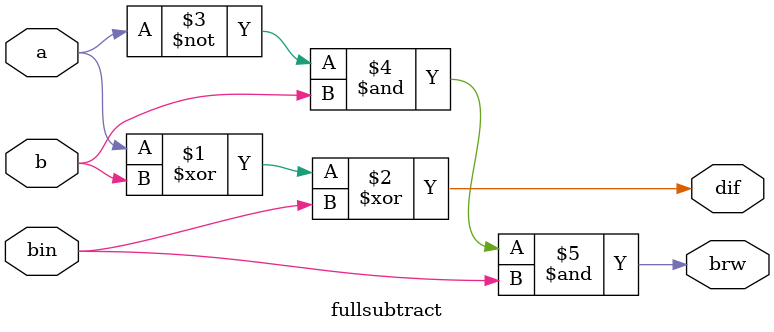
<source format=v>
module fullsubtract(input a,b,bin,output dif,brw);
xor(dif,a,b,bin);
and(brw,~a,b,bin);
endmodule

</source>
